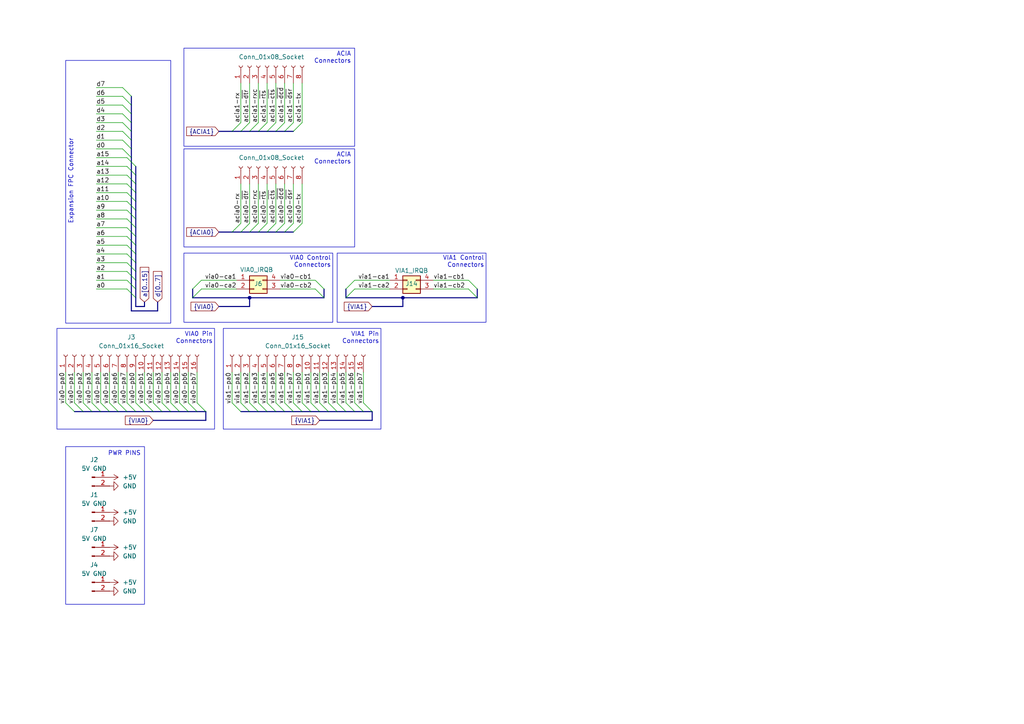
<source format=kicad_sch>
(kicad_sch (version 20250114) (generator "eeschema") (generator_version "9.0")
  (paper "A4")
  (title_block (title "6502 General Purpose Controller - Connectors") (date "2025-05-22") (rev "2"))
  (lib_symbols
    (symbol "Connector:Conn_01x02_Pin" (pin_names (offset 1.016) (hide yes))
      (property "Reference" "J" (at 0 2.54 0))
      (property "Value" "Conn_01x02_Pin" (at 0 -5.08 0))
      (symbol "Conn_01x02_Pin_1_1"
        (rectangle (start 0.8636 0.127) (end 0 -0.127) (stroke (width 0.1524)) (fill (type outline)))
        (rectangle (start 0.8636 -2.413) (end 0 -2.667) (stroke (width 0.1524)) (fill (type outline)))
        (polyline (pts (xy 1.27 0) (xy 0.8636 0)) (stroke (width 0.1524)))
        (polyline (pts (xy 1.27 -2.54) (xy 0.8636 -2.54)) (stroke (width 0.1524)))
        (pin passive line (at 5.08 0 180) (length 3.81) (name "Pin_1") (number "1"))
        (pin passive line (at 5.08 -2.54 180) (length 3.81) (name "Pin_2") (number "2"))
      )
    )
    (symbol "Connector:Conn_01x08_Socket" (pin_names (offset 1.016) (hide yes))
      (property "Reference" "J" (at 0 10.16 0))
      (property "Value" "Conn_01x08_Socket" (at 0 -12.7 0))
      (symbol "Conn_01x08_Socket_1_1"
        (polyline (pts (xy -1.27 7.62) (xy -0.508 7.62)) (stroke (width 0.1524)))
        (polyline (pts (xy -1.27 5.08) (xy -0.508 5.08)) (stroke (width 0.1524)))
        (polyline (pts (xy -1.27 2.54) (xy -0.508 2.54)) (stroke (width 0.1524)))
        (polyline (pts (xy -1.27 0) (xy -0.508 0)) (stroke (width 0.1524)))
        (polyline (pts (xy -1.27 -2.54) (xy -0.508 -2.54)) (stroke (width 0.1524)))
        (polyline (pts (xy -1.27 -5.08) (xy -0.508 -5.08)) (stroke (width 0.1524)))
        (polyline (pts (xy -1.27 -7.62) (xy -0.508 -7.62)) (stroke (width 0.1524)))
        (polyline (pts (xy -1.27 -10.16) (xy -0.508 -10.16)) (stroke (width 0.1524)))
        (arc (start 0 7.112) (mid -0.5058 7.62) (end 0 8.128) (stroke (width 0.1524)))
        (arc (start 0 4.572) (mid -0.5058 5.08) (end 0 5.588) (stroke (width 0.1524)))
        (arc (start 0 2.032) (mid -0.5058 2.54) (end 0 3.048) (stroke (width 0.1524)))
        (arc (start 0 -0.508) (mid -0.5058 0) (end 0 0.508) (stroke (width 0.1524)))
        (arc (start 0 -3.048) (mid -0.5058 -2.54) (end 0 -2.032) (stroke (width 0.1524)))
        (arc (start 0 -5.588) (mid -0.5058 -5.08) (end 0 -4.572) (stroke (width 0.1524)))
        (arc (start 0 -8.128) (mid -0.5058 -7.62) (end 0 -7.112) (stroke (width 0.1524)))
        (arc (start 0 -10.668) (mid -0.5058 -10.16) (end 0 -9.652) (stroke (width 0.1524)))
        (pin passive line (at -5.08 7.62 0) (length 3.81) (name "Pin_1") (number "1"))
        (pin passive line (at -5.08 5.08 0) (length 3.81) (name "Pin_2") (number "2"))
        (pin passive line (at -5.08 2.54 0) (length 3.81) (name "Pin_3") (number "3"))
        (pin passive line (at -5.08 0 0) (length 3.81) (name "Pin_4") (number "4"))
        (pin passive line (at -5.08 -2.54 0) (length 3.81) (name "Pin_5") (number "5"))
        (pin passive line (at -5.08 -5.08 0) (length 3.81) (name "Pin_6") (number "6"))
        (pin passive line (at -5.08 -7.62 0) (length 3.81) (name "Pin_7") (number "7"))
        (pin passive line (at -5.08 -10.16 0) (length 3.81) (name "Pin_8") (number "8"))
      )
    )
    (symbol "Connector:Conn_01x16_Socket" (pin_names (offset 1.016) (hide yes))
      (property "Reference" "J" (at 0 20.32 0))
      (property "Value" "Conn_01x16_Socket" (at 0 -22.86 0))
      (symbol "Conn_01x16_Socket_1_1"
        (polyline (pts (xy -1.27 17.78) (xy -0.508 17.78)) (stroke (width 0.1524)))
        (polyline (pts (xy -1.27 15.24) (xy -0.508 15.24)) (stroke (width 0.1524)))
        (polyline (pts (xy -1.27 12.7) (xy -0.508 12.7)) (stroke (width 0.1524)))
        (polyline (pts (xy -1.27 10.16) (xy -0.508 10.16)) (stroke (width 0.1524)))
        (polyline (pts (xy -1.27 7.62) (xy -0.508 7.62)) (stroke (width 0.1524)))
        (polyline (pts (xy -1.27 5.08) (xy -0.508 5.08)) (stroke (width 0.1524)))
        (polyline (pts (xy -1.27 2.54) (xy -0.508 2.54)) (stroke (width 0.1524)))
        (polyline (pts (xy -1.27 0) (xy -0.508 0)) (stroke (width 0.1524)))
        (polyline (pts (xy -1.27 -2.54) (xy -0.508 -2.54)) (stroke (width 0.1524)))
        (polyline (pts (xy -1.27 -5.08) (xy -0.508 -5.08)) (stroke (width 0.1524)))
        (polyline (pts (xy -1.27 -7.62) (xy -0.508 -7.62)) (stroke (width 0.1524)))
        (polyline (pts (xy -1.27 -10.16) (xy -0.508 -10.16)) (stroke (width 0.1524)))
        (polyline (pts (xy -1.27 -12.7) (xy -0.508 -12.7)) (stroke (width 0.1524)))
        (polyline (pts (xy -1.27 -15.24) (xy -0.508 -15.24)) (stroke (width 0.1524)))
        (polyline (pts (xy -1.27 -17.78) (xy -0.508 -17.78)) (stroke (width 0.1524)))
        (polyline (pts (xy -1.27 -20.32) (xy -0.508 -20.32)) (stroke (width 0.1524)))
        (arc (start 0 17.272) (mid -0.5058 17.78) (end 0 18.288) (stroke (width 0.1524)))
        (arc (start 0 14.732) (mid -0.5058 15.24) (end 0 15.748) (stroke (width 0.1524)))
        (arc (start 0 12.192) (mid -0.5058 12.7) (end 0 13.208) (stroke (width 0.1524)))
        (arc (start 0 9.652) (mid -0.5058 10.16) (end 0 10.668) (stroke (width 0.1524)))
        (arc (start 0 7.112) (mid -0.5058 7.62) (end 0 8.128) (stroke (width 0.1524)))
        (arc (start 0 4.572) (mid -0.5058 5.08) (end 0 5.588) (stroke (width 0.1524)))
        (arc (start 0 2.032) (mid -0.5058 2.54) (end 0 3.048) (stroke (width 0.1524)))
        (arc (start 0 -0.508) (mid -0.5058 0) (end 0 0.508) (stroke (width 0.1524)))
        (arc (start 0 -3.048) (mid -0.5058 -2.54) (end 0 -2.032) (stroke (width 0.1524)))
        (arc (start 0 -5.588) (mid -0.5058 -5.08) (end 0 -4.572) (stroke (width 0.1524)))
        (arc (start 0 -8.128) (mid -0.5058 -7.62) (end 0 -7.112) (stroke (width 0.1524)))
        (arc (start 0 -10.668) (mid -0.5058 -10.16) (end 0 -9.652) (stroke (width 0.1524)))
        (arc (start 0 -13.208) (mid -0.5058 -12.7) (end 0 -12.192) (stroke (width 0.1524)))
        (arc (start 0 -15.748) (mid -0.5058 -15.24) (end 0 -14.732) (stroke (width 0.1524)))
        (arc (start 0 -18.288) (mid -0.5058 -17.78) (end 0 -17.272) (stroke (width 0.1524)))
        (arc (start 0 -20.828) (mid -0.5058 -20.32) (end 0 -19.812) (stroke (width 0.1524)))
        (pin passive line (at -5.08 17.78 0) (length 3.81) (name "Pin_1") (number "1"))
        (pin passive line (at -5.08 15.24 0) (length 3.81) (name "Pin_2") (number "2"))
        (pin passive line (at -5.08 12.7 0) (length 3.81) (name "Pin_3") (number "3"))
        (pin passive line (at -5.08 10.16 0) (length 3.81) (name "Pin_4") (number "4"))
        (pin passive line (at -5.08 7.62 0) (length 3.81) (name "Pin_5") (number "5"))
        (pin passive line (at -5.08 5.08 0) (length 3.81) (name "Pin_6") (number "6"))
        (pin passive line (at -5.08 2.54 0) (length 3.81) (name "Pin_7") (number "7"))
        (pin passive line (at -5.08 0 0) (length 3.81) (name "Pin_8") (number "8"))
        (pin passive line (at -5.08 -2.54 0) (length 3.81) (name "Pin_9") (number "9"))
        (pin passive line (at -5.08 -5.08 0) (length 3.81) (name "Pin_10") (number "10"))
        (pin passive line (at -5.08 -7.62 0) (length 3.81) (name "Pin_11") (number "11"))
        (pin passive line (at -5.08 -10.16 0) (length 3.81) (name "Pin_12") (number "12"))
        (pin passive line (at -5.08 -12.7 0) (length 3.81) (name "Pin_13") (number "13"))
        (pin passive line (at -5.08 -15.24 0) (length 3.81) (name "Pin_14") (number "14"))
        (pin passive line (at -5.08 -17.78 0) (length 3.81) (name "Pin_15") (number "15"))
        (pin passive line (at -5.08 -20.32 0) (length 3.81) (name "Pin_16") (number "16"))
      )
    )
    (symbol "Connector_Generic:Conn_02x02_Counter_Clockwise" (pin_names (offset 1.016) (hide yes))
      (property "Reference" "J" (at 1.27 2.54 0))
      (property "Value" "Conn_02x02_Counter_Clockwise" (at 1.27 -5.08 0))
      (symbol "Conn_02x02_Counter_Clockwise_1_1"
        (rectangle (start -1.27 1.27) (end 3.81 -3.81) (stroke (width 0.254)) (fill (type background)))
        (rectangle (start -1.27 0.127) (end 0 -0.127) (stroke (width 0.1524)))
        (rectangle (start -1.27 -2.413) (end 0 -2.667) (stroke (width 0.1524)))
        (rectangle (start 3.81 0.127) (end 2.54 -0.127) (stroke (width 0.1524)))
        (rectangle (start 3.81 -2.413) (end 2.54 -2.667) (stroke (width 0.1524)))
        (pin passive line (at -5.08 0 0) (length 3.81) (name "Pin_1") (number "1"))
        (pin passive line (at -5.08 -2.54 0) (length 3.81) (name "Pin_2") (number "2"))
        (pin passive line (at 7.62 0 180) (length 3.81) (name "Pin_4") (number "4"))
        (pin passive line (at 7.62 -2.54 180) (length 3.81) (name "Pin_3") (number "3"))
      )
    )
    (symbol "power:+5V" (power) (pin_numbers (hide yes)) (pin_names (offset 0) (hide yes))
      (property "Value" "+5V" (at 0 3.556 0))
      (symbol "+5V_0_1"
        (polyline (pts (xy -0.762 1.27) (xy 0 2.54)))
        (polyline (pts (xy 0 2.54) (xy 0.762 1.27)))
        (polyline (pts (xy 0 0) (xy 0 2.54)))
      )
      (symbol "+5V_1_1"
        (pin power_in line (at 0 0 90) (length 0) (name "~") (number "1"))
      )
    )
    (symbol "power:GND" (power) (pin_numbers (hide yes)) (pin_names (offset 0) (hide yes))
      (property "Value" "GND" (at 0 -3.81 0))
      (symbol "GND_0_1"
        (polyline (pts (xy 0 0) (xy 0 -1.27) (xy 1.27 -1.27) (xy 0 -2.54) (xy -1.27 -1.27) (xy 0 -1.27)))
      )
      (symbol "GND_1_1"
        (pin power_in line (at 0 0 270) (length 0) (name "~") (number "1"))
      )
    )
  )
  (rectangle (start 53.34 73.406) (end 96.52 93.472))
  (rectangle (start 97.79 73.406) (end 140.97 93.472))
  (rectangle (start 16.51 95.25) (end 62.23 124.46))
  (rectangle (start 64.77 95.25) (end 110.49 124.46))
  (rectangle (start 53.34 13.97) (end 102.87 42.418))
  (rectangle (start 19.05 17.526) (end 49.53 93.726))
  (rectangle (start 19.05 129.54) (end 41.91 175.26))
  (rectangle (start 53.34 43.18) (end 102.87 71.628))
  (text "ACIA\nConnectors" (at 101.854 45.974 0) (effects (font (size 1.27 1.27)) (justify right)))
  (text "Expansion FPC Connector" (at 20.574 52.578 90) (effects (font (size 1.27 1.27))))
  (text "VIA0 Control\nConnectors" (at 96.012 75.946 0) (effects (font (size 1.27 1.27)) (justify right)))
  (text "ACIA\nConnectors" (at 101.854 16.764 0) (effects (font (size 1.27 1.27)) (justify right)))
  (text "PWR PINS" (at 36.068 131.572 0) (effects (font (size 1.27 1.27))))
  (text "VIA1 Pin\nConnectors" (at 109.982 98.044 0) (effects (font (size 1.27 1.27)) (justify right)))
  (text "VIA1 Control\nConnectors" (at 140.462 75.946 0) (effects (font (size 1.27 1.27)) (justify right)))
  (text "VIA0 Pin\nConnectors" (at 61.722 98.044 0) (effects (font (size 1.27 1.27)) (justify right)))
  (junction (at 116.84 86.36))
  (junction (at 72.39 86.36))
  (bus_entry (at 90.17 116.84) (size 2.54 2.54))
  (bus_entry (at 39.37 116.84) (size 2.54 2.54))
  (bus_entry (at 87.63 64.77) (size -2.54 2.54))
  (bus_entry (at 35.56 30.48) (size 2.54 2.54))
  (bus_entry (at 77.47 116.84) (size 2.54 2.54))
  (bus_entry (at 36.83 63.5) (size 2.54 2.54))
  (bus_entry (at 72.39 64.77) (size -2.54 2.54))
  (bus_entry (at 36.83 81.28) (size 2.54 2.54))
  (bus_entry (at 95.25 116.84) (size 2.54 2.54))
  (bus_entry (at 82.55 64.77) (size -2.54 2.54))
  (bus_entry (at 36.83 116.84) (size 2.54 2.54))
  (bus_entry (at 35.56 33.02) (size 2.54 2.54))
  (bus_entry (at 35.56 27.94) (size 2.54 2.54))
  (bus_entry (at 44.45 116.84) (size 2.54 2.54))
  (bus_entry (at 102.87 116.84) (size 2.54 2.54))
  (bus_entry (at 82.55 35.56) (size -2.54 2.54))
  (bus_entry (at 80.01 116.84) (size 2.54 2.54))
  (bus_entry (at 36.83 73.66) (size 2.54 2.54))
  (bus_entry (at 80.01 64.77) (size -2.54 2.54))
  (bus_entry (at 85.09 35.56) (size -2.54 2.54))
  (bus_entry (at 31.75 116.84) (size 2.54 2.54))
  (bus_entry (at 36.83 78.74) (size 2.54 2.54))
  (bus_entry (at 72.39 35.56) (size -2.54 2.54))
  (bus_entry (at 102.87 83.82) (size -2.54 2.54))
  (bus_entry (at 36.83 48.26) (size 2.54 2.54))
  (bus_entry (at 57.15 116.84) (size 2.54 2.54))
  (bus_entry (at 69.85 64.77) (size -2.54 2.54))
  (bus_entry (at 35.56 40.64) (size 2.54 2.54))
  (bus_entry (at 67.31 116.84) (size 2.54 2.54))
  (bus_entry (at 36.83 66.04) (size 2.54 2.54))
  (bus_entry (at 77.47 35.56) (size -2.54 2.54))
  (bus_entry (at 54.61 116.84) (size 2.54 2.54))
  (bus_entry (at 36.83 45.72) (size 2.54 2.54))
  (bus_entry (at 29.21 116.84) (size 2.54 2.54))
  (bus_entry (at 36.83 50.8) (size 2.54 2.54))
  (bus_entry (at 46.99 116.84) (size 2.54 2.54))
  (bus_entry (at 69.85 35.56) (size -2.54 2.54))
  (bus_entry (at 58.42 83.82) (size -2.54 2.54))
  (bus_entry (at 36.83 58.42) (size 2.54 2.54))
  (bus_entry (at 34.29 116.84) (size 2.54 2.54))
  (bus_entry (at 36.83 55.88) (size 2.54 2.54))
  (bus_entry (at 72.39 116.84) (size 2.54 2.54))
  (bus_entry (at 91.44 83.82) (size 2.54 2.54))
  (bus_entry (at 85.09 64.77) (size -2.54 2.54))
  (bus_entry (at 135.89 81.28) (size 2.54 2.54))
  (bus_entry (at 26.67 116.84) (size 2.54 2.54))
  (bus_entry (at 87.63 35.56) (size -2.54 2.54))
  (bus_entry (at 69.85 116.84) (size 2.54 2.54))
  (bus_entry (at 97.79 116.84) (size 2.54 2.54))
  (bus_entry (at 36.83 83.82) (size 2.54 2.54))
  (bus_entry (at 36.83 68.58) (size 2.54 2.54))
  (bus_entry (at 91.44 81.28) (size 2.54 2.54))
  (bus_entry (at 82.55 116.84) (size 2.54 2.54))
  (bus_entry (at 21.59 116.84) (size 2.54 2.54))
  (bus_entry (at 87.63 116.84) (size 2.54 2.54))
  (bus_entry (at 105.41 116.84) (size 2.54 2.54))
  (bus_entry (at 36.83 76.2) (size 2.54 2.54))
  (bus_entry (at 135.89 83.82) (size 2.54 2.54))
  (bus_entry (at 74.93 116.84) (size 2.54 2.54))
  (bus_entry (at 24.13 116.84) (size 2.54 2.54))
  (bus_entry (at 35.56 25.4) (size 2.54 2.54))
  (bus_entry (at 80.01 35.56) (size -2.54 2.54))
  (bus_entry (at 100.33 116.84) (size 2.54 2.54))
  (bus_entry (at 102.87 81.28) (size -2.54 2.54))
  (bus_entry (at 36.83 53.34) (size 2.54 2.54))
  (bus_entry (at 35.56 38.1) (size 2.54 2.54))
  (bus_entry (at 74.93 64.77) (size -2.54 2.54))
  (bus_entry (at 36.83 60.96) (size 2.54 2.54))
  (bus_entry (at 52.07 116.84) (size 2.54 2.54))
  (bus_entry (at 36.83 71.12) (size 2.54 2.54))
  (bus_entry (at 77.47 64.77) (size -2.54 2.54))
  (bus_entry (at 85.09 116.84) (size 2.54 2.54))
  (bus_entry (at 41.91 116.84) (size 2.54 2.54))
  (bus_entry (at 19.05 116.84) (size 2.54 2.54))
  (bus_entry (at 58.42 81.28) (size -2.54 2.54))
  (bus_entry (at 35.56 35.56) (size 2.54 2.54))
  (bus_entry (at 49.53 116.84) (size 2.54 2.54))
  (bus_entry (at 74.93 35.56) (size -2.54 2.54))
  (bus_entry (at 35.56 43.18) (size 2.54 2.54))
  (bus_entry (at 92.71 116.84) (size 2.54 2.54))
  (bus (pts (xy 38.1 45.72) (xy 38.1 90.17)))
  (bus (pts (xy 80.01 67.31) (xy 82.55 67.31)))
  (wire (pts (xy 24.13 107.95) (xy 24.13 116.84)))
  (wire (pts (xy 27.94 55.88) (xy 36.83 55.88)))
  (bus (pts (xy 31.75 119.38) (xy 34.29 119.38)))
  (wire (pts (xy 69.85 107.95) (xy 69.85 116.84)))
  (wire (pts (xy 27.94 66.04) (xy 36.83 66.04)))
  (bus (pts (xy 85.09 119.38) (xy 87.63 119.38)))
  (wire (pts (xy 87.63 107.95) (xy 87.63 116.84)))
  (bus (pts (xy 80.01 38.1) (xy 82.55 38.1)))
  (wire (pts (xy 77.47 24.13) (xy 77.47 35.56)))
  (bus (pts (xy 92.71 121.92) (xy 107.95 121.92)))
  (wire (pts (xy 74.93 53.34) (xy 74.93 64.77)))
  (bus (pts (xy 39.37 88.9) (xy 41.91 88.9)))
  (bus (pts (xy 63.5 38.1) (xy 67.31 38.1)))
  (wire (pts (xy 85.09 107.95) (xy 85.09 116.84)))
  (wire (pts (xy 27.94 48.26) (xy 36.83 48.26)))
  (wire (pts (xy 92.71 107.95) (xy 92.71 116.84)))
  (bus (pts (xy 67.31 38.1) (xy 69.85 38.1)))
  (bus (pts (xy 82.55 119.38) (xy 85.09 119.38)))
  (wire (pts (xy 58.42 81.28) (xy 68.58 81.28)))
  (bus (pts (xy 39.37 119.38) (xy 41.91 119.38)))
  (wire (pts (xy 27.94 43.18) (xy 35.56 43.18)))
  (bus (pts (xy 38.1 90.17) (xy 45.72 90.17)))
  (bus (pts (xy 41.91 88.9) (xy 41.91 87.63)))
  (wire (pts (xy 27.94 68.58) (xy 36.83 68.58)))
  (wire (pts (xy 27.94 30.48) (xy 35.56 30.48)))
  (wire (pts (xy 27.94 71.12) (xy 36.83 71.12)))
  (bus (pts (xy 69.85 119.38) (xy 72.39 119.38)))
  (wire (pts (xy 77.47 107.95) (xy 77.47 116.84)))
  (wire (pts (xy 58.42 83.82) (xy 68.58 83.82)))
  (bus (pts (xy 100.33 83.82) (xy 100.33 86.36)))
  (bus (pts (xy 24.13 119.38) (xy 26.67 119.38)))
  (bus (pts (xy 39.37 60.96) (xy 39.37 63.5)))
  (wire (pts (xy 69.85 53.34) (xy 69.85 64.77)))
  (wire (pts (xy 36.83 107.95) (xy 36.83 116.84)))
  (wire (pts (xy 27.94 40.64) (xy 35.56 40.64)))
  (bus (pts (xy 41.91 119.38) (xy 44.45 119.38)))
  (wire (pts (xy 27.94 53.34) (xy 36.83 53.34)))
  (wire (pts (xy 52.07 107.95) (xy 52.07 116.84)))
  (bus (pts (xy 39.37 53.34) (xy 39.37 55.88)))
  (bus (pts (xy 63.5 67.31) (xy 67.31 67.31)))
  (bus (pts (xy 39.37 68.58) (xy 39.37 71.12)))
  (wire (pts (xy 27.94 73.66) (xy 36.83 73.66)))
  (bus (pts (xy 69.85 67.31) (xy 72.39 67.31)))
  (wire (pts (xy 95.25 107.95) (xy 95.25 116.84)))
  (wire (pts (xy 31.75 107.95) (xy 31.75 116.84)))
  (wire (pts (xy 105.41 107.95) (xy 105.41 116.84)))
  (bus (pts (xy 38.1 33.02) (xy 38.1 35.56)))
  (bus (pts (xy 38.1 40.64) (xy 38.1 43.18)))
  (bus (pts (xy 36.83 119.38) (xy 39.37 119.38)))
  (bus (pts (xy 38.1 27.94) (xy 38.1 30.48)))
  (wire (pts (xy 27.94 81.28) (xy 36.83 81.28)))
  (bus (pts (xy 39.37 66.04) (xy 39.37 68.58)))
  (wire (pts (xy 85.09 53.34) (xy 85.09 64.77)))
  (bus (pts (xy 39.37 48.26) (xy 39.37 50.8)))
  (bus (pts (xy 46.99 119.38) (xy 49.53 119.38)))
  (wire (pts (xy 72.39 24.13) (xy 72.39 35.56)))
  (bus (pts (xy 67.31 67.31) (xy 69.85 67.31)))
  (bus (pts (xy 26.67 119.38) (xy 29.21 119.38)))
  (bus (pts (xy 38.1 30.48) (xy 38.1 33.02)))
  (bus (pts (xy 39.37 73.66) (xy 39.37 76.2)))
  (bus (pts (xy 72.39 67.31) (xy 74.93 67.31)))
  (wire (pts (xy 69.85 24.13) (xy 69.85 35.56)))
  (wire (pts (xy 21.59 107.95) (xy 21.59 116.84)))
  (bus (pts (xy 44.45 119.38) (xy 46.99 119.38)))
  (wire (pts (xy 27.94 25.4) (xy 35.56 25.4)))
  (bus (pts (xy 72.39 119.38) (xy 74.93 119.38)))
  (bus (pts (xy 77.47 38.1) (xy 80.01 38.1)))
  (bus (pts (xy 39.37 55.88) (xy 39.37 58.42)))
  (wire (pts (xy 72.39 53.34) (xy 72.39 64.77)))
  (wire (pts (xy 27.94 45.72) (xy 36.83 45.72)))
  (bus (pts (xy 107.95 121.92) (xy 107.95 119.38)))
  (bus (pts (xy 39.37 71.12) (xy 39.37 73.66)))
  (wire (pts (xy 27.94 78.74) (xy 36.83 78.74)))
  (wire (pts (xy 27.94 38.1) (xy 35.56 38.1)))
  (bus (pts (xy 38.1 38.1) (xy 38.1 40.64)))
  (wire (pts (xy 27.94 50.8) (xy 36.83 50.8)))
  (bus (pts (xy 93.98 86.36) (xy 72.39 86.36)))
  (bus (pts (xy 74.93 119.38) (xy 77.47 119.38)))
  (bus (pts (xy 54.61 119.38) (xy 57.15 119.38)))
  (bus (pts (xy 100.33 119.38) (xy 102.87 119.38)))
  (wire (pts (xy 81.28 83.82) (xy 91.44 83.82)))
  (bus (pts (xy 97.79 119.38) (xy 100.33 119.38)))
  (bus (pts (xy 138.43 83.82) (xy 138.43 86.36)))
  (bus (pts (xy 95.25 119.38) (xy 97.79 119.38)))
  (wire (pts (xy 102.87 83.82) (xy 113.03 83.82)))
  (wire (pts (xy 41.91 107.95) (xy 41.91 116.84)))
  (bus (pts (xy 69.85 38.1) (xy 72.39 38.1)))
  (bus (pts (xy 93.98 83.82) (xy 93.98 86.36)))
  (wire (pts (xy 125.73 83.82) (xy 135.89 83.82)))
  (bus (pts (xy 39.37 63.5) (xy 39.37 66.04)))
  (bus (pts (xy 39.37 58.42) (xy 39.37 60.96)))
  (wire (pts (xy 82.55 107.95) (xy 82.55 116.84)))
  (wire (pts (xy 46.99 107.95) (xy 46.99 116.84)))
  (wire (pts (xy 97.79 107.95) (xy 97.79 116.84)))
  (bus (pts (xy 21.59 119.38) (xy 24.13 119.38)))
  (bus (pts (xy 74.93 38.1) (xy 77.47 38.1)))
  (bus (pts (xy 77.47 67.31) (xy 80.01 67.31)))
  (wire (pts (xy 29.21 107.95) (xy 29.21 116.84)))
  (bus (pts (xy 105.41 119.38) (xy 107.95 119.38)))
  (bus (pts (xy 116.84 86.36) (xy 100.33 86.36)))
  (bus (pts (xy 82.55 67.31) (xy 85.09 67.31)))
  (wire (pts (xy 102.87 81.28) (xy 113.03 81.28)))
  (bus (pts (xy 59.69 121.92) (xy 59.69 119.38)))
  (bus (pts (xy 39.37 81.28) (xy 39.37 83.82)))
  (bus (pts (xy 39.37 83.82) (xy 39.37 86.36)))
  (wire (pts (xy 57.15 107.95) (xy 57.15 116.84)))
  (wire (pts (xy 27.94 76.2) (xy 36.83 76.2)))
  (bus (pts (xy 49.53 119.38) (xy 52.07 119.38)))
  (bus (pts (xy 39.37 76.2) (xy 39.37 78.74)))
  (bus (pts (xy 57.15 119.38) (xy 59.69 119.38)))
  (wire (pts (xy 27.94 60.96) (xy 36.83 60.96)))
  (wire (pts (xy 87.63 53.34) (xy 87.63 64.77)))
  (wire (pts (xy 81.28 81.28) (xy 91.44 81.28)))
  (bus (pts (xy 82.55 38.1) (xy 85.09 38.1)))
  (wire (pts (xy 27.94 63.5) (xy 36.83 63.5)))
  (wire (pts (xy 100.33 107.95) (xy 100.33 116.84)))
  (bus (pts (xy 102.87 119.38) (xy 105.41 119.38)))
  (bus (pts (xy 44.45 121.92) (xy 59.69 121.92)))
  (bus (pts (xy 80.01 119.38) (xy 82.55 119.38)))
  (bus (pts (xy 52.07 119.38) (xy 54.61 119.38)))
  (wire (pts (xy 82.55 24.13) (xy 82.55 35.56)))
  (bus (pts (xy 72.39 88.9) (xy 72.39 86.36)))
  (bus (pts (xy 38.1 43.18) (xy 38.1 45.72)))
  (bus (pts (xy 29.21 119.38) (xy 31.75 119.38)))
  (wire (pts (xy 49.53 107.95) (xy 49.53 116.84)))
  (bus (pts (xy 92.71 119.38) (xy 95.25 119.38)))
  (bus (pts (xy 38.1 35.56) (xy 38.1 38.1)))
  (wire (pts (xy 67.31 107.95) (xy 67.31 116.84)))
  (bus (pts (xy 39.37 78.74) (xy 39.37 81.28)))
  (bus (pts (xy 87.63 119.38) (xy 90.17 119.38)))
  (wire (pts (xy 27.94 83.82) (xy 36.83 83.82)))
  (bus (pts (xy 72.39 38.1) (xy 74.93 38.1)))
  (bus (pts (xy 72.39 86.36) (xy 55.88 86.36)))
  (wire (pts (xy 54.61 107.95) (xy 54.61 116.84)))
  (bus (pts (xy 116.84 88.9) (xy 116.84 86.36)))
  (bus (pts (xy 45.72 90.17) (xy 45.72 87.63)))
  (wire (pts (xy 27.94 27.94) (xy 35.56 27.94)))
  (wire (pts (xy 27.94 58.42) (xy 36.83 58.42)))
  (bus (pts (xy 34.29 119.38) (xy 36.83 119.38)))
  (bus (pts (xy 39.37 50.8) (xy 39.37 53.34)))
  (wire (pts (xy 80.01 53.34) (xy 80.01 64.77)))
  (bus (pts (xy 74.93 67.31) (xy 77.47 67.31)))
  (wire (pts (xy 26.67 107.95) (xy 26.67 116.84)))
  (wire (pts (xy 85.09 24.13) (xy 85.09 35.56)))
  (wire (pts (xy 44.45 107.95) (xy 44.45 116.84)))
  (bus (pts (xy 138.43 86.36) (xy 116.84 86.36)))
  (wire (pts (xy 80.01 24.13) (xy 80.01 35.56)))
  (wire (pts (xy 27.94 35.56) (xy 35.56 35.56)))
  (wire (pts (xy 19.05 107.95) (xy 19.05 116.84)))
  (wire (pts (xy 72.39 107.95) (xy 72.39 116.84)))
  (bus (pts (xy 39.37 86.36) (xy 39.37 88.9)))
  (bus (pts (xy 55.88 83.82) (xy 55.88 86.36)))
  (bus (pts (xy 77.47 119.38) (xy 80.01 119.38)))
  (wire (pts (xy 87.63 24.13) (xy 87.63 35.56)))
  (wire (pts (xy 74.93 107.95) (xy 74.93 116.84)))
  (wire (pts (xy 34.29 107.95) (xy 34.29 116.84)))
  (wire (pts (xy 27.94 33.02) (xy 35.56 33.02)))
  (wire (pts (xy 82.55 53.34) (xy 82.55 64.77)))
  (wire (pts (xy 102.87 107.95) (xy 102.87 116.84)))
  (wire (pts (xy 125.73 81.28) (xy 135.89 81.28)))
  (wire (pts (xy 39.37 107.95) (xy 39.37 116.84)))
  (wire (pts (xy 80.01 107.95) (xy 80.01 116.84)))
  (wire (pts (xy 90.17 107.95) (xy 90.17 116.84)))
  (bus (pts (xy 63.5 88.9) (xy 72.39 88.9)))
  (wire (pts (xy 74.93 24.13) (xy 74.93 35.56)))
  (wire (pts (xy 77.47 53.34) (xy 77.47 64.77)))
  (bus (pts (xy 107.95 88.9) (xy 116.84 88.9)))
  (bus (pts (xy 90.17 119.38) (xy 92.71 119.38)))
  (label "a7" (at 27.94 66.04 0))
  (label "d5" (at 27.94 30.48 0))
  (label "via1-pa7" (at 85.09 107.95 270))
  (label "via0-ca2" (at 68.58 83.82 180))
  (label "d3" (at 27.94 35.56 0))
  (label "a15" (at 27.94 45.72 0))
  (label "d7" (at 27.94 25.4 0))
  (label "a4" (at 27.94 73.66 0))
  (label "via0-pb7" (at 57.15 107.95 270))
  (label "via0-pa0" (at 19.05 107.95 270))
  (label "acia0-~{rts}" (at 77.47 64.77 90))
  (label "a11" (at 27.94 55.88 0))
  (label "a2" (at 27.94 78.74 0))
  (label "a10" (at 27.94 58.42 0))
  (label "via1-pb3" (at 95.25 107.95 270))
  (label "a9" (at 27.94 60.96 0))
  (label "via0-pa5" (at 31.75 107.95 270))
  (label "via1-pa6" (at 82.55 107.95 270))
  (label "acia0-~{dsr}" (at 85.09 64.77 90))
  (label "via0-pb5" (at 52.07 107.95 270))
  (label "acia0-rxc" (at 74.93 64.77 90))
  (label "acia0-tx" (at 87.63 64.77 90))
  (label "via1-cb1" (at 125.73 81.28 0))
  (label "acia0-rx" (at 69.85 64.77 90))
  (label "via0-cb1" (at 81.28 81.28 0))
  (label "acia1-tx" (at 87.63 35.56 90))
  (label "acia1-~{cts}" (at 80.01 35.56 90))
  (label "via1-pb7" (at 105.41 107.95 270))
  (label "via1-pb5" (at 100.33 107.95 270))
  (label "acia0-~{cts}" (at 80.01 64.77 90))
  (label "via0-pb6" (at 54.61 107.95 270))
  (label "via1-pb6" (at 102.87 107.95 270))
  (label "acia1-~{dtr}" (at 72.39 35.56 90))
  (label "via0-pa1" (at 21.59 107.95 270))
  (label "a5" (at 27.94 71.12 0))
  (label "a8" (at 27.94 63.5 0))
  (label "a1" (at 27.94 81.28 0))
  (label "d1" (at 27.94 40.64 0))
  (label "via0-pa4" (at 29.21 107.95 270))
  (label "a0" (at 27.94 83.82 0))
  (label "via0-pa7" (at 36.83 107.95 270))
  (label "via1-ca1" (at 113.03 81.28 180))
  (label "via0-pb1" (at 41.91 107.95 270))
  (label "d2" (at 27.94 38.1 0))
  (label "a12" (at 27.94 53.34 0))
  (label "a3" (at 27.94 76.2 0))
  (label "a14" (at 27.94 48.26 0))
  (label "acia1-rx" (at 69.85 35.56 90))
  (label "acia0-~{dcd}" (at 82.55 64.77 90))
  (label "via1-pb4" (at 97.79 107.95 270))
  (label "via1-pa3" (at 74.93 107.95 270))
  (label "via0-pa2" (at 24.13 107.95 270))
  (label "via0-pa6" (at 34.29 107.95 270))
  (label "via0-pb2" (at 44.45 107.95 270))
  (label "via0-cb2" (at 81.28 83.82 0))
  (label "via0-pb4" (at 49.53 107.95 270))
  (label "via1-pb0" (at 87.63 107.95 270))
  (label "via0-pb0" (at 39.37 107.95 270))
  (label "via1-pa4" (at 77.47 107.95 270))
  (label "acia1-~{rts}" (at 77.47 35.56 90))
  (label "via1-pa1" (at 69.85 107.95 270))
  (label "d0" (at 27.94 43.18 0))
  (label "acia1-~{dcd}" (at 82.55 35.56 90))
  (label "d6" (at 27.94 27.94 0))
  (label "via1-ca2" (at 113.03 83.82 180))
  (label "via1-pa0" (at 67.31 107.95 270))
  (label "acia1-rxc" (at 74.93 35.56 90))
  (label "a13" (at 27.94 50.8 0))
  (label "acia1-~{dsr}" (at 85.09 35.56 90))
  (label "via1-pb2" (at 92.71 107.95 270))
  (label "a6" (at 27.94 68.58 0))
  (label "via1-cb2" (at 125.73 83.82 0))
  (label "via0-pb3" (at 46.99 107.95 270))
  (label "d4" (at 27.94 33.02 0))
  (label "via1-pa5" (at 80.01 107.95 270))
  (label "via0-pa3" (at 26.67 107.95 270))
  (label "via1-pa2" (at 72.39 107.95 270))
  (label "acia0-~{dtr}" (at 72.39 64.77 90))
  (label "via0-ca1" (at 68.58 81.28 180))
  (label "via1-pb1" (at 90.17 107.95 270))
  (global_label "a[0..15]" (shape input) (at 41.91 87.63 90) (property "Intersheetrefs" "${INTERSHEET_REFS}" (effects (hide yes))))
  (global_label "{VIA1}" (shape input) (at 92.71 121.92 180) (property "Intersheetrefs" "${INTERSHEET_REFS}" (effects (hide yes))))
  (global_label "{ACIA1}" (shape input) (at 63.5 38.1 180) (property "Intersheetrefs" "${INTERSHEET_REFS}" (effects (hide yes))))
  (global_label "{VIA0}" (shape input) (at 63.5 88.9 180) (property "Intersheetrefs" "${INTERSHEET_REFS}" (effects (hide yes))))
  (global_label "{ACIA0}" (shape input) (at 63.5 67.31 180) (property "Intersheetrefs" "${INTERSHEET_REFS}" (effects (hide yes))))
  (global_label "d[0..7]" (shape input) (at 45.72 87.63 90) (property "Intersheetrefs" "${INTERSHEET_REFS}" (effects (hide yes))))
  (global_label "{VIA1}" (shape input) (at 107.95 88.9 180) (property "Intersheetrefs" "${INTERSHEET_REFS}" (effects (hide yes))))
  (global_label "{VIA0}" (shape input) (at 44.45 121.92 180) (property "Intersheetrefs" "${INTERSHEET_REFS}" (effects (hide yes))))
  (symbol (lib_id "power:GND") (at 31.75 161.29 90) (unit 1)
    (property "Reference" "#PWR038" (effects (hide yes)))
    (property "Value" "GND" (at 35.56 161.2899 90) (effects (justify right)))
    (property "Description" "Power symbol creates a global label with name \"GND\" , ground" (effects (hide yes)))
  )
  (symbol (lib_id "Connector:Conn_01x02_Pin") (at 26.67 148.59 0) (unit 1)
    (property "Reference" "J1" (at 27.305 143.51 0))
    (property "Value" "5V GND" (at 27.305 146.05 0))
    (property "Footprint" "Connector_PinSocket_2.54mm:PinSocket_1x02_P2.54mm_Vertical" (effects (hide yes)))
    (property "Description" "Generic connector, single row, 01x02, script generated" (effects (hide yes)))
  )
  (symbol (lib_id "power:GND") (at 31.75 171.45 90) (unit 1)
    (property "Reference" "#PWR063" (effects (hide yes)))
    (property "Value" "GND" (at 35.56 171.4499 90) (effects (justify right)))
    (property "Description" "Power symbol creates a global label with name \"GND\" , ground" (effects (hide yes)))
  )
  (symbol (lib_id "Connector:Conn_01x16_Socket") (at 85.09 102.87 90) (unit 1)
    (property "Reference" "J15" (at 86.36 97.79 90))
    (property "Value" "Conn_01x16_Socket" (at 86.36 100.33 90))
    (property "Footprint" "Connector_PinSocket_2.54mm:PinSocket_1x16_P2.54mm_Vertical" (effects (hide yes)))
    (property "Description" "Generic connector, single row, 01x16, script generated" (effects (hide yes)))
  )
  (symbol (lib_id "power:+5V") (at 31.75 148.59 270) (unit 1)
    (property "Reference" "#PWR025" (effects (hide yes)))
    (property "Value" "+5V" (at 35.56 148.5899 90) (effects (justify left)))
    (property "Description" "Power symbol creates a global label with name \"+5V\"" (effects (hide yes)))
  )
  (symbol (lib_id "power:+5V") (at 31.75 158.75 270) (unit 1)
    (property "Reference" "#PWR037" (effects (hide yes)))
    (property "Value" "+5V" (at 35.56 158.7499 90) (effects (justify left)))
    (property "Description" "Power symbol creates a global label with name \"+5V\"" (effects (hide yes)))
  )
  (symbol (lib_id "Connector:Conn_01x02_Pin") (at 26.67 158.75 0) (unit 1)
    (property "Reference" "J7" (at 27.305 153.67 0))
    (property "Value" "5V GND" (at 27.305 156.21 0))
    (property "Footprint" "Connector_PinSocket_2.54mm:PinSocket_1x02_P2.54mm_Vertical" (effects (hide yes)))
    (property "Description" "Generic connector, single row, 01x02, script generated" (effects (hide yes)))
  )
  (symbol (lib_id "power:+5V") (at 31.75 168.91 270) (unit 1)
    (property "Reference" "#PWR062" (effects (hide yes)))
    (property "Value" "+5V" (at 35.56 168.9099 90) (effects (justify left)))
    (property "Description" "Power symbol creates a global label with name \"+5V\"" (effects (hide yes)))
  )
  (symbol (lib_id "power:GND") (at 31.75 151.13 90) (unit 1)
    (property "Reference" "#PWR022" (effects (hide yes)))
    (property "Value" "GND" (at 35.56 151.1299 90) (effects (justify right)))
    (property "Description" "Power symbol creates a global label with name \"GND\" , ground" (effects (hide yes)))
  )
  (symbol (lib_id "Connector:Conn_01x02_Pin") (at 26.67 138.43 0) (unit 1)
    (property "Reference" "J2" (at 27.305 133.35 0))
    (property "Value" "5V GND" (at 27.305 135.89 0))
    (property "Footprint" "Connector_PinSocket_2.54mm:PinSocket_1x02_P2.54mm_Vertical" (effects (hide yes)))
    (property "Description" "Generic connector, single row, 01x02, script generated" (effects (hide yes)))
  )
  (symbol (lib_id "Connector:Conn_01x02_Pin") (at 26.67 168.91 0) (unit 1)
    (property "Reference" "J4" (at 27.305 163.83 0))
    (property "Value" "5V GND" (at 27.305 166.37 0))
    (property "Footprint" "Connector_PinSocket_2.54mm:PinSocket_1x02_P2.54mm_Vertical" (effects (hide yes)))
    (property "Description" "Generic connector, single row, 01x02, script generated" (effects (hide yes)))
  )
  (symbol (lib_id "Connector:Conn_01x16_Socket") (at 36.83 102.87 90) (unit 1)
    (property "Reference" "J3" (at 38.1 97.79 90))
    (property "Value" "Conn_01x16_Socket" (at 38.1 100.33 90))
    (property "Footprint" "Connector_PinSocket_2.54mm:PinSocket_1x16_P2.54mm_Vertical" (effects (hide yes)))
    (property "Description" "Generic connector, single row, 01x16, script generated" (effects (hide yes)))
  )
  (symbol (lib_id "Connector_Generic:Conn_02x02_Counter_Clockwise") (at 118.11 81.28 0) (unit 1)
    (property "Reference" "J14" (at 119.38 82.296 0))
    (property "Value" "VIA1_IRQB" (at 119.38 78.486 0))
    (property "Footprint" "Connector_PinSocket_2.54mm:PinSocket_2x02_P2.54mm_Vertical" (effects (hide yes)))
    (property "Description" "Generic connector, double row, 02x02, counter clockwise pin numbering scheme (similar to DIP package numbering), script generated (kicad-library-utils/schlib/autogen/connector/)" (effects (hide yes)))
  )
  (symbol (lib_id "Connector:Conn_01x08_Socket") (at 77.47 19.05 90) (unit 1)
    (property "Reference" "J8" (effects (hide yes)))
    (property "Value" "Conn_01x08_Socket" (at 78.74 16.51 90))
    (property "Footprint" "Connector_PinSocket_2.54mm:PinSocket_1x08_P2.54mm_Vertical" (effects (hide yes)))
    (property "Description" "Generic connector, single row, 01x08, script generated" (effects (hide yes)))
  )
  (symbol (lib_id "Connector_Generic:Conn_02x02_Counter_Clockwise") (at 73.66 81.28 0) (unit 1)
    (property "Reference" "J6" (at 74.93 82.296 0))
    (property "Value" "VIA0_IRQB" (at 74.422 78.232 0))
    (property "Footprint" "Connector_PinSocket_2.54mm:PinSocket_2x02_P2.54mm_Vertical" (effects (hide yes)))
    (property "Description" "Generic connector, double row, 02x02, counter clockwise pin numbering scheme (similar to DIP package numbering), script generated (kicad-library-utils/schlib/autogen/connector/)" (effects (hide yes)))
  )
  (symbol (lib_id "power:GND") (at 31.75 140.97 90) (unit 1)
    (property "Reference" "#PWR023" (effects (hide yes)))
    (property "Value" "GND" (at 35.56 140.9699 90) (effects (justify right)))
    (property "Description" "Power symbol creates a global label with name \"GND\" , ground" (effects (hide yes)))
  )
  (symbol (lib_id "Connector:Conn_01x08_Socket") (at 77.47 48.26 90) (unit 1)
    (property "Reference" "J5" (effects (hide yes)))
    (property "Value" "Conn_01x08_Socket" (at 78.74 45.72 90))
    (property "Footprint" "Connector_PinSocket_2.54mm:PinSocket_1x08_P2.54mm_Vertical" (effects (hide yes)))
    (property "Description" "Generic connector, single row, 01x08, script generated" (effects (hide yes)))
  )
  (symbol (lib_id "power:+5V") (at 31.75 138.43 270) (unit 1)
    (property "Reference" "#PWR024" (effects (hide yes)))
    (property "Value" "+5V" (at 35.56 138.4299 90) (effects (justify left)))
    (property "Description" "Power symbol creates a global label with name \"+5V\"" (effects (hide yes)))
  )
)
</source>
